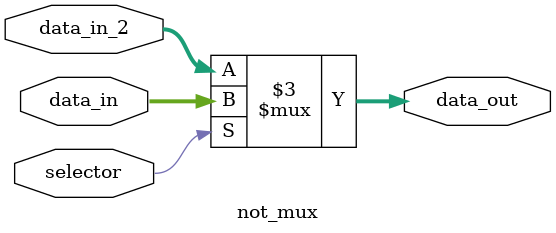
<source format=sv>
module not_mux #(
//==========================================================================
// Parameters
//==========================================================================
parameter width = 5)(
//==========================================================================
// Inputs & Outputs
//==========================================================================
input        [width-1:0]    data_in,
input        [width-1:0]    data_in_2,
input                       selector,
output reg   [width-1:0]    data_out
);
//==========================================================================
// Main code
//==========================================================================
    always_comb
    begin
        if(selector)
        data_out = data_in;
        else
        data_out = data_in_2;
    end

endmodule
</source>
